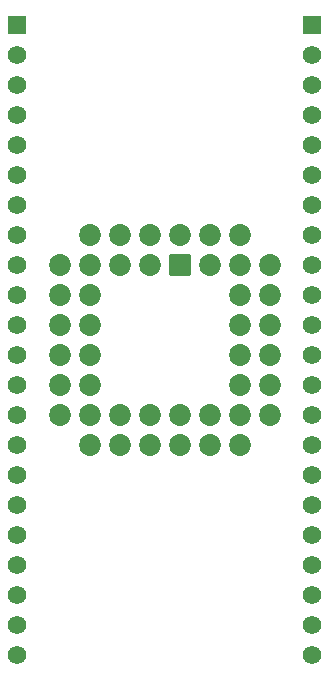
<source format=gbr>
%TF.GenerationSoftware,KiCad,Pcbnew,8.0.5*%
%TF.CreationDate,2024-10-23T12:28:47+01:00*%
%TF.ProjectId,PLCC to DIP 44 True,504c4343-2074-46f2-9044-495020343420,rev?*%
%TF.SameCoordinates,Original*%
%TF.FileFunction,Soldermask,Top*%
%TF.FilePolarity,Negative*%
%FSLAX46Y46*%
G04 Gerber Fmt 4.6, Leading zero omitted, Abs format (unit mm)*
G04 Created by KiCad (PCBNEW 8.0.5) date 2024-10-23 12:28:47*
%MOMM*%
%LPD*%
G01*
G04 APERTURE LIST*
G04 Aperture macros list*
%AMRoundRect*
0 Rectangle with rounded corners*
0 $1 Rounding radius*
0 $2 $3 $4 $5 $6 $7 $8 $9 X,Y pos of 4 corners*
0 Add a 4 corners polygon primitive as box body*
4,1,4,$2,$3,$4,$5,$6,$7,$8,$9,$2,$3,0*
0 Add four circle primitives for the rounded corners*
1,1,$1+$1,$2,$3*
1,1,$1+$1,$4,$5*
1,1,$1+$1,$6,$7*
1,1,$1+$1,$8,$9*
0 Add four rect primitives between the rounded corners*
20,1,$1+$1,$2,$3,$4,$5,0*
20,1,$1+$1,$4,$5,$6,$7,0*
20,1,$1+$1,$6,$7,$8,$9,0*
20,1,$1+$1,$8,$9,$2,$3,0*%
G04 Aperture macros list end*
%ADD10RoundRect,0.102000X-0.685000X0.685000X-0.685000X-0.685000X0.685000X-0.685000X0.685000X0.685000X0*%
%ADD11C,1.574000*%
%ADD12RoundRect,0.102000X-0.825000X-0.825000X0.825000X-0.825000X0.825000X0.825000X-0.825000X0.825000X0*%
%ADD13C,1.854000*%
G04 APERTURE END LIST*
D10*
%TO.C,J2*%
X117500000Y-56330000D03*
D11*
X117500000Y-58870000D03*
X117500000Y-61410000D03*
X117500000Y-63950000D03*
X117500000Y-66490000D03*
X117500000Y-69030000D03*
X117500000Y-71570000D03*
X117500000Y-74110000D03*
X117500000Y-76650000D03*
X117500000Y-79190000D03*
X117500000Y-81730000D03*
X117500000Y-84270000D03*
X117500000Y-86810000D03*
X117500000Y-89350000D03*
X117500000Y-91890000D03*
X117500000Y-94430000D03*
X117500000Y-96970000D03*
X117500000Y-99510000D03*
X117500000Y-102050000D03*
X117500000Y-104590000D03*
X117500000Y-107130000D03*
X117500000Y-109670000D03*
%TD*%
D10*
%TO.C,J3*%
X142500000Y-56330000D03*
D11*
X142500000Y-58870000D03*
X142500000Y-61410000D03*
X142500000Y-63950000D03*
X142500000Y-66490000D03*
X142500000Y-69030000D03*
X142500000Y-71570000D03*
X142500000Y-74110000D03*
X142500000Y-76650000D03*
X142500000Y-79190000D03*
X142500000Y-81730000D03*
X142500000Y-84270000D03*
X142500000Y-86810000D03*
X142500000Y-89350000D03*
X142500000Y-91890000D03*
X142500000Y-94430000D03*
X142500000Y-96970000D03*
X142500000Y-99510000D03*
X142500000Y-102050000D03*
X142500000Y-104590000D03*
X142500000Y-107130000D03*
X142500000Y-109670000D03*
%TD*%
D12*
%TO.C,J1*%
X131270000Y-76650000D03*
D13*
X128730000Y-74110000D03*
X128730000Y-76650000D03*
X126190000Y-74110000D03*
X126190000Y-76650000D03*
X123650000Y-74110000D03*
X121110000Y-76650000D03*
X123650000Y-76650000D03*
X121110000Y-79190000D03*
X123650000Y-79190000D03*
X121110000Y-81730000D03*
X123650000Y-81730000D03*
X121110000Y-84270000D03*
X123650000Y-84270000D03*
X121110000Y-86810000D03*
X123650000Y-86810000D03*
X121110000Y-89350000D03*
X123650000Y-91890000D03*
X123650000Y-89350000D03*
X126190000Y-91890000D03*
X126190000Y-89350000D03*
X128730000Y-91890000D03*
X128730000Y-89350000D03*
X131270000Y-91890000D03*
X131270000Y-89350000D03*
X133810000Y-91890000D03*
X133810000Y-89350000D03*
X136350000Y-91890000D03*
X138890000Y-89350000D03*
X136350000Y-89350000D03*
X138890000Y-86810000D03*
X136350000Y-86810000D03*
X138890000Y-84270000D03*
X136350000Y-84270000D03*
X138890000Y-81730000D03*
X136350000Y-81730000D03*
X138890000Y-79190000D03*
X136350000Y-79190000D03*
X138890000Y-76650000D03*
X136350000Y-74110000D03*
X136350000Y-76650000D03*
X133810000Y-74110000D03*
X133810000Y-76650000D03*
X131270000Y-74110000D03*
%TD*%
M02*

</source>
